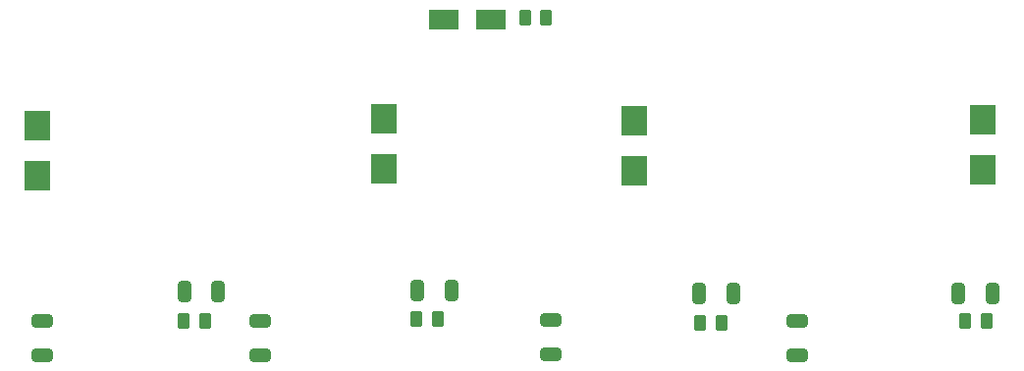
<source format=gbr>
%TF.GenerationSoftware,KiCad,Pcbnew,(6.0.1)*%
%TF.CreationDate,2022-11-02T05:09:56+00:00*%
%TF.ProjectId,Peak-And-Hold,5065616b-2d41-46e6-942d-486f6c642e6b,rev?*%
%TF.SameCoordinates,Original*%
%TF.FileFunction,Paste,Top*%
%TF.FilePolarity,Positive*%
%FSLAX46Y46*%
G04 Gerber Fmt 4.6, Leading zero omitted, Abs format (unit mm)*
G04 Created by KiCad (PCBNEW (6.0.1)) date 2022-11-02 05:09:56*
%MOMM*%
%LPD*%
G01*
G04 APERTURE LIST*
G04 Aperture macros list*
%AMRoundRect*
0 Rectangle with rounded corners*
0 $1 Rounding radius*
0 $2 $3 $4 $5 $6 $7 $8 $9 X,Y pos of 4 corners*
0 Add a 4 corners polygon primitive as box body*
4,1,4,$2,$3,$4,$5,$6,$7,$8,$9,$2,$3,0*
0 Add four circle primitives for the rounded corners*
1,1,$1+$1,$2,$3*
1,1,$1+$1,$4,$5*
1,1,$1+$1,$6,$7*
1,1,$1+$1,$8,$9*
0 Add four rect primitives between the rounded corners*
20,1,$1+$1,$2,$3,$4,$5,0*
20,1,$1+$1,$4,$5,$6,$7,0*
20,1,$1+$1,$6,$7,$8,$9,0*
20,1,$1+$1,$8,$9,$2,$3,0*%
G04 Aperture macros list end*
%ADD10RoundRect,0.250000X-0.325000X-0.650000X0.325000X-0.650000X0.325000X0.650000X-0.325000X0.650000X0*%
%ADD11RoundRect,0.250000X-0.262500X-0.450000X0.262500X-0.450000X0.262500X0.450000X-0.262500X0.450000X0*%
%ADD12RoundRect,0.250000X0.650000X-0.325000X0.650000X0.325000X-0.650000X0.325000X-0.650000X-0.325000X0*%
%ADD13R,2.300000X2.500000*%
%ADD14R,2.500000X1.800000*%
G04 APERTURE END LIST*
D10*
%TO.C,C7*%
X116381000Y-83820000D03*
X119331000Y-83820000D03*
%TD*%
D11*
%TO.C,R8*%
X139295500Y-86201715D03*
X141120500Y-86201715D03*
%TD*%
%TO.C,R6*%
X92001565Y-86034414D03*
X93826565Y-86034414D03*
%TD*%
D10*
%TO.C,C6*%
X92031857Y-83544690D03*
X94981857Y-83544690D03*
%TD*%
D12*
%TO.C,C3*%
X103574455Y-89083605D03*
X103574455Y-86133605D03*
%TD*%
D11*
%TO.C,R7*%
X116435500Y-86360000D03*
X118260500Y-86360000D03*
%TD*%
D10*
%TO.C,C5*%
X71944909Y-83609360D03*
X74894909Y-83609360D03*
%TD*%
D12*
%TO.C,C1*%
X59667148Y-89115342D03*
X59667148Y-86165342D03*
%TD*%
%TO.C,C4*%
X124783006Y-89160688D03*
X124783006Y-86210688D03*
%TD*%
D11*
%TO.C,R9*%
X101336210Y-59985040D03*
X103161210Y-59985040D03*
%TD*%
D13*
%TO.C,D4*%
X140855830Y-73156909D03*
X140855830Y-68856909D03*
%TD*%
%TO.C,D3*%
X110746472Y-73240610D03*
X110746472Y-68940610D03*
%TD*%
D12*
%TO.C,C2*%
X78473030Y-89142883D03*
X78473030Y-86192883D03*
%TD*%
D11*
%TO.C,R5*%
X71927791Y-86138603D03*
X73752791Y-86138603D03*
%TD*%
D13*
%TO.C,D1*%
X59315641Y-73642465D03*
X59315641Y-69342465D03*
%TD*%
%TO.C,D2*%
X89186957Y-73015381D03*
X89186957Y-68715381D03*
%TD*%
D14*
%TO.C,D5*%
X98362548Y-60152419D03*
X94362548Y-60152419D03*
%TD*%
D10*
%TO.C,C8*%
X138733000Y-83820000D03*
X141683000Y-83820000D03*
%TD*%
M02*

</source>
